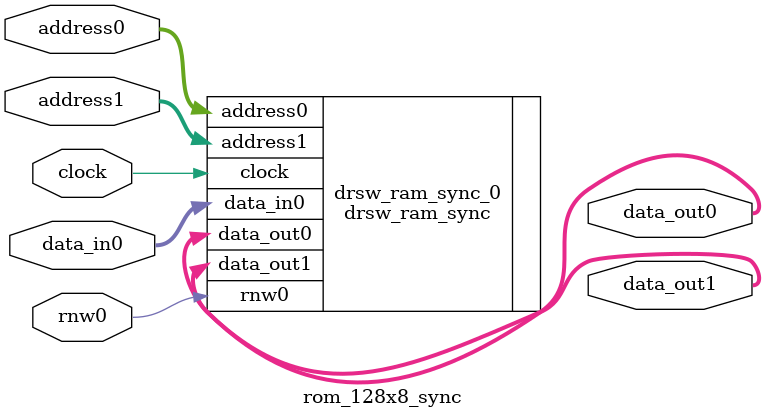
<source format=v>

module rom_128x8_sync 
 #(
    parameter MEM_ADDR_WIDTH = 7,
    parameter MEM_DATA_WIDTH = 8
  )
  (
    input   wire                          clock,

    input   wire [MEM_ADDR_WIDTH - 1 : 0] address0,
    input   wire [MEM_DATA_WIDTH - 1 : 0] data_in0,
    input   wire                          rnw0,

    input   wire [MEM_ADDR_WIDTH - 1 : 0] address1,

    output  wire [MEM_DATA_WIDTH - 1 : 0] data_out0,

    output  wire [MEM_DATA_WIDTH - 1 : 0] data_out1
  );

drsw_ram_sync 
 #(
    .MEM_ADDR_WIDTH(MEM_ADDR_WIDTH),
    .MEM_DATA_WIDTH(MEM_DATA_WIDTH)
  )
drsw_ram_sync_0
  (
    .clock      (clock),
    .address0   (address0),
    .address1   (address1),
    .data_in0   (data_in0),
    .rnw0       (rnw0),
    .data_out0  (data_out0),
    .data_out1  (data_out1)
  );

endmodule

</source>
